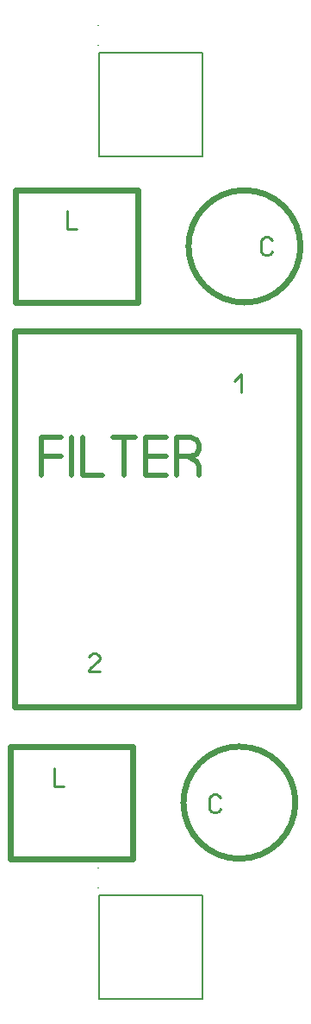
<source format=gbr>
%FSLAX34Y34*%
%MOMM*%
%LNSILK_TOP*%
G71*
G01*
%ADD10C,0.600*%
%ADD11C,0.222*%
%ADD12C,0.150*%
%ADD13C,0.144*%
%ADD14C,0.467*%
%LPD*%
G54D10*
X203200Y289050D02*
X-76200Y289050D01*
X-76200Y-79250D01*
X203200Y-79250D01*
X203200Y289050D01*
G54D11*
X140195Y239886D02*
X146862Y246553D01*
X146862Y228775D01*
G54D11*
X7500Y-44625D02*
X-3167Y-44625D01*
X-3167Y-43514D01*
X-1834Y-41291D01*
X6166Y-34625D01*
X7500Y-32402D01*
X7500Y-30180D01*
X6166Y-27958D01*
X3500Y-26847D01*
X833Y-26847D01*
X-1834Y-27958D01*
X-3167Y-30180D01*
G54D10*
G75*
G01X204800Y372075D02*
G03X204800Y372075I-55000J0D01*
G01*
G54D10*
X-75200Y427075D02*
X44800Y427075D01*
X44800Y317075D01*
X-75200Y317075D01*
X-75200Y427075D01*
G54D10*
G75*
G01X199800Y-172925D02*
G03X199800Y-172925I-55000J0D01*
G01*
G54D10*
X-80200Y-117925D02*
X39800Y-117925D01*
X39800Y-227925D01*
X-80200Y-227925D01*
X-80200Y-117925D01*
G54D12*
X6800Y561900D02*
X108400Y561900D01*
X108400Y460300D01*
X6800Y460300D01*
X6800Y561900D01*
G54D13*
X6050Y588650D02*
X6050Y588650D01*
G54D13*
X6050Y569150D02*
X6050Y569150D01*
G54D12*
X6800Y-263600D02*
X108400Y-263600D01*
X108400Y-365200D01*
X6800Y-365200D01*
X6800Y-263600D01*
G54D13*
X6050Y-236850D02*
X6050Y-236850D01*
G54D13*
X6050Y-256350D02*
X6050Y-256350D01*
G54D11*
X-24300Y406603D02*
X-24300Y388825D01*
X-14967Y388825D01*
G54D11*
X-37000Y-139497D02*
X-37000Y-157275D01*
X-27667Y-157275D01*
G54D11*
X126067Y-179342D02*
X124733Y-181564D01*
X122067Y-182675D01*
X119400Y-182675D01*
X116733Y-181564D01*
X115400Y-179342D01*
X115400Y-168230D01*
X116733Y-166008D01*
X119400Y-164897D01*
X122067Y-164897D01*
X124733Y-166008D01*
X126067Y-168230D01*
G54D11*
X176867Y366758D02*
X175533Y364536D01*
X172867Y363425D01*
X170200Y363425D01*
X167533Y364536D01*
X166200Y366758D01*
X166200Y377869D01*
X167533Y380092D01*
X170200Y381203D01*
X172867Y381203D01*
X175533Y380092D01*
X176867Y377869D01*
G54D14*
X-49700Y147525D02*
X-49700Y184858D01*
X-30100Y184858D01*
G54D14*
X-49700Y166192D02*
X-30100Y166192D01*
G54D14*
X-19833Y147525D02*
X-19833Y184858D01*
G54D14*
X-9566Y184858D02*
X-9566Y147525D01*
X10034Y147525D01*
G54D14*
X31501Y147525D02*
X31501Y184858D01*
G54D14*
X20301Y184858D02*
X42701Y184858D01*
G54D14*
X72568Y147525D02*
X52968Y147525D01*
X52968Y184858D01*
X72568Y184858D01*
G54D14*
X52968Y166192D02*
X72568Y166192D01*
G54D14*
X94035Y166192D02*
X102435Y161525D01*
X105235Y156858D01*
X105235Y147525D01*
G54D14*
X82835Y147525D02*
X82835Y184858D01*
X96835Y184858D01*
X102435Y182525D01*
X105235Y177858D01*
X105235Y173192D01*
X102435Y168525D01*
X96835Y166192D01*
X82835Y166192D01*
M02*

</source>
